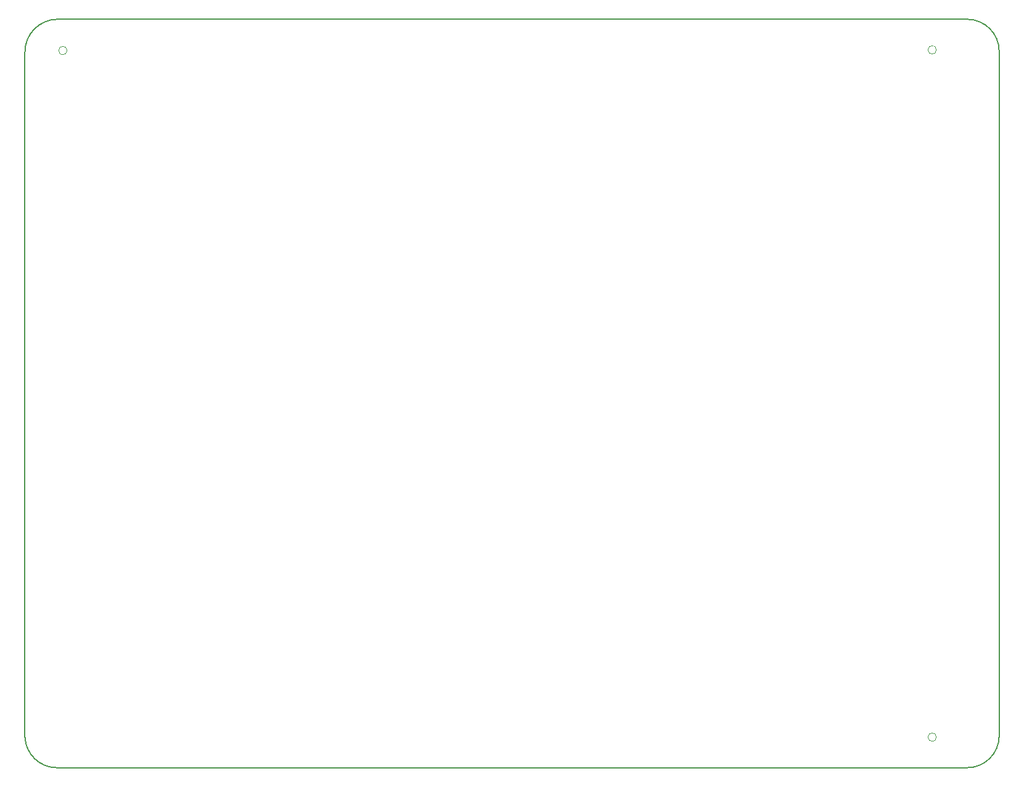
<source format=gbr>
G04 #@! TF.GenerationSoftware,KiCad,Pcbnew,7.0.11*
G04 #@! TF.CreationDate,2025-06-23T22:08:32-07:00*
G04 #@! TF.ProjectId,vca_backplane,7663615f-6261-4636-9b70-6c616e652e6b,0.3*
G04 #@! TF.SameCoordinates,Original*
G04 #@! TF.FileFunction,Profile,NP*
%FSLAX46Y46*%
G04 Gerber Fmt 4.6, Leading zero omitted, Abs format (unit mm)*
G04 Created by KiCad (PCBNEW 7.0.11) date 2025-06-23 22:08:32*
%MOMM*%
%LPD*%
G01*
G04 APERTURE LIST*
G04 #@! TA.AperFunction,Profile*
%ADD10C,0.150000*%
G04 #@! TD*
G04 #@! TA.AperFunction,Profile*
%ADD11C,0.050000*%
G04 #@! TD*
G04 APERTURE END LIST*
D10*
X168100002Y-143299999D02*
X43200000Y-143300000D01*
D11*
X44576000Y-44700000D02*
G75*
G03*
X43424000Y-44700000I-576000J0D01*
G01*
X43424000Y-44700000D02*
G75*
G03*
X44576000Y-44700000I576000J0D01*
G01*
X163976000Y-44600000D02*
G75*
G03*
X162824000Y-44600000I-576000J0D01*
G01*
X162824000Y-44600000D02*
G75*
G03*
X163976000Y-44600000I576000J0D01*
G01*
D10*
X43200000Y-40395460D02*
G75*
G03*
X38798889Y-44895457I100000J-4500000D01*
G01*
X43200000Y-40400000D02*
X168200000Y-40400000D01*
D11*
X163976000Y-139100000D02*
G75*
G03*
X162824000Y-139100000I-576000J0D01*
G01*
X162824000Y-139100000D02*
G75*
G03*
X163976000Y-139100000I576000J0D01*
G01*
D10*
X38800000Y-139095457D02*
X38798889Y-44895457D01*
X172600000Y-44800000D02*
X172601135Y-138899999D01*
X168100002Y-143299999D02*
G75*
G03*
X172601135Y-138899999I99998J4399999D01*
G01*
X172600000Y-44800000D02*
G75*
G03*
X168200000Y-40400000I-4400000J0D01*
G01*
X38800041Y-139095455D02*
G75*
G03*
X43200000Y-143300000I4399959J199955D01*
G01*
M02*

</source>
